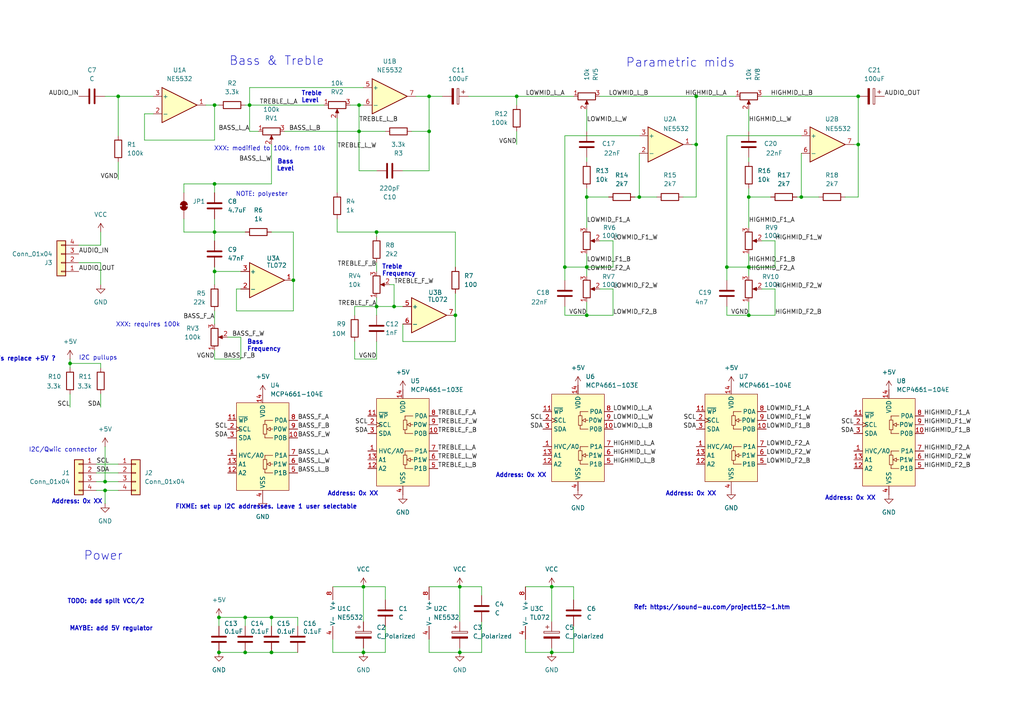
<source format=kicad_sch>
(kicad_sch (version 20231120) (generator "eeschema") (generator_version "8.0")
  (paper "A4")
  (lib_symbols
    (symbol "Amplifier_Operational:NE5532" (pin_names (offset 0.127))
      (property "Reference" "U" (at 0 5.08 0))
      (property "Value" "NE5532" (at 0 -5.08 0))
      (symbol "NE5532_1_1"
        (pin output line (at 7.62 0 180) (length 2.54) (name "~") (number "1"))
        (pin input line (at -7.62 -2.54 0) (length 2.54) (name "-") (number "2"))
        (pin input line (at -7.62 2.54 0) (length 2.54) (name "+") (number "3"))
      )
      (symbol "NE5532_2_1"
        (pin input line (at -7.62 2.54 0) (length 2.54) (name "+") (number "5"))
        (pin input line (at -7.62 -2.54 0) (length 2.54) (name "-") (number "6"))
        (pin output line (at 7.62 0 180) (length 2.54) (name "~") (number "7"))
      )
      (symbol "NE5532_3_1"
        (pin power_in line (at -2.54 -7.62 90) (length 3.81) (name "V-") (number "4"))
        (pin power_in line (at -2.54 7.62 270) (length 3.81) (name "V+") (number "8"))
      )
    )
    (symbol "Amplifier_Operational:TL072" (pin_names (offset 0.127))
      (property "Reference" "U" (at 0 5.08 0))
      (property "Value" "TL072" (at 0 -5.08 0))
      (symbol "TL072_1_1"
        (pin output line (at 7.62 0 180) (length 2.54) (name "~") (number "1"))
        (pin input line (at -7.62 -2.54 0) (length 2.54) (name "-") (number "2"))
        (pin input line (at -7.62 2.54 0) (length 2.54) (name "+") (number "3"))
      )
      (symbol "TL072_2_1"
        (pin input line (at -7.62 2.54 0) (length 2.54) (name "+") (number "5"))
        (pin input line (at -7.62 -2.54 0) (length 2.54) (name "-") (number "6"))
        (pin output line (at 7.62 0 180) (length 2.54) (name "~") (number "7"))
      )
      (symbol "TL072_3_1"
        (pin power_in line (at -2.54 -7.62 90) (length 3.81) (name "V-") (number "4"))
        (pin power_in line (at -2.54 7.62 270) (length 3.81) (name "V+") (number "8"))
      )
    )
    (symbol "Connector_Generic:Conn_01x04" (pin_names (offset 1.016) hide)
      (property "Reference" "J" (at 0 5.08 0))
      (property "Value" "Conn_01x04" (at 0 -7.62 0))
      (symbol "Conn_01x04_1_1"
        (pin passive line (at -5.08 2.54 0) (length 3.81) (name "Pin_1") (number "1"))
        (pin passive line (at -5.08 0 0) (length 3.81) (name "Pin_2") (number "2"))
        (pin passive line (at -5.08 -2.54 0) (length 3.81) (name "Pin_3") (number "3"))
        (pin passive line (at -5.08 -5.08 0) (length 3.81) (name "Pin_4") (number "4"))
      )
    )
    (symbol "Device:C" (pin_numbers hide) (pin_names (offset 0.254))
      (property "Reference" "C" (at 0.635 2.54 0))
      (property "Value" "C" (at 0.635 -2.54 0))
      (symbol "C_1_1"
        (pin passive line (at 0 3.81 270) (length 2.794) (name "~") (number "1"))
        (pin passive line (at 0 -3.81 90) (length 2.794) (name "~") (number "2"))
      )
    )
    (symbol "Device:C_Polarized" (pin_numbers hide) (pin_names (offset 0.254))
      (property "Reference" "C" (at 0.635 2.54 0))
      (property "Value" "C_Polarized" (at 0.635 -2.54 0))
      (symbol "C_Polarized_1_1"
        (pin passive line (at 0 3.81 270) (length 2.794) (name "~") (number "1"))
        (pin passive line (at 0 -3.81 90) (length 2.794) (name "~") (number "2"))
      )
    )
    (symbol "Device:R" (pin_numbers hide) (pin_names (offset 0))
      (property "Reference" "R" (at 2.032 0 90))
      (property "Value" "R" (at 0 0 90))
      (symbol "R_1_1"
        (pin passive line (at 0 3.81 270) (length 1.27) (name "~") (number "1"))
        (pin passive line (at 0 -3.81 90) (length 1.27) (name "~") (number "2"))
      )
    )
    (symbol "Device:R_Potentiometer" (pin_names (offset 1.016) hide)
      (property "Reference" "RV" (at -4.445 0 90))
      (property "Value" "R_Potentiometer" (at -2.54 0 90))
      (symbol "R_Potentiometer_1_1"
        (pin passive line (at 0 3.81 270) (length 1.27) (name "1") (number "1"))
        (pin passive line (at 3.81 0 180) (length 1.27) (name "2") (number "2"))
        (pin passive line (at 0 -3.81 90) (length 1.27) (name "3") (number "3"))
      )
    )
    (symbol "Jumper:SolderJumper_2_Bridged" (pin_numbers hide) (pin_names (offset 0) hide) (exclude_from_sim yes) (in_bom no)
      (property "Reference" "JP" (at 0 2.032 0))
      (property "Value" "SolderJumper_2_Bridged" (at 0 -2.54 0))
      (symbol "SolderJumper_2_Bridged_1_1"
        (pin passive line (at -3.81 0 0) (length 2.54) (name "A") (number "1"))
        (pin passive line (at 3.81 0 180) (length 2.54) (name "B") (number "2"))
      )
    )
    (symbol "digishaper152:MCP46X1"
      (property "Reference" "U" (at -0.508 18.288 0))
      (property "Value" "MCP46X1" (at -0.508 20.32 0))
      (symbol "MCP46X1_1_1"
        (pin input line (at -10.16 -2.54 0) (length 2.54) (name "HVC/A0") (number "1"))
        (pin passive line (at 10.16 2.54 180) (length 2.54) (name "P0B") (number "10"))
        (pin input line (at -10.16 7.62 0) (length 2.54) (name "~{WP}") (number "11"))
        (pin input line (at -10.16 -7.62 0) (length 2.54) (name "A2") (number "12"))
        (pin output line (at -10.16 -5.08 0) (length 2.54) (name "A1") (number "13"))
        (pin power_in line (at 0 15.24 270) (length 2.54) (name "VDD") (number "14"))
        (pin input clock (at -10.16 5.08 0) (length 2.54) (name "SCL") (number "2"))
        (pin input line (at -10.16 2.54 0) (length 2.54) (name "SDA") (number "3"))
        (pin power_in line (at 0 -15.24 90) (length 2.54) (name "VSS") (number "4"))
        (pin passive line (at 10.16 -7.62 180) (length 2.54) (name "P1B") (number "5"))
        (pin passive line (at 10.16 -5.08 180) (length 2.54) (name "P1W") (number "6"))
        (pin passive line (at 10.16 -2.54 180) (length 2.54) (name "P1A") (number "7"))
        (pin passive line (at 10.16 7.62 180) (length 2.54) (name "P0A") (number "8"))
        (pin passive line (at 10.16 5.08 180) (length 2.54) (name "P0W") (number "9"))
      )
    )
    (symbol "power:+5V" (power) (pin_numbers hide) (pin_names (offset 0) hide)
      (property "Value" "+5V" (at 0 3.556 0))
      (symbol "+5V_1_1"
        (pin power_in line (at 0 0 90) (length 0) (name "~") (number "1"))
      )
    )
    (symbol "power:GND" (power) (pin_numbers hide) (pin_names (offset 0) hide)
      (property "Value" "GND" (at 0 -3.81 0))
      (symbol "GND_1_1"
        (pin power_in line (at 0 0 270) (length 0) (name "~") (number "1"))
      )
    )
    (symbol "power:VCC" (power) (pin_numbers hide) (pin_names (offset 0) hide)
      (property "Value" "VCC" (at 0 3.556 0))
      (symbol "VCC_1_1"
        (pin power_in line (at 0 0 90) (length 0) (name "~") (number "1"))
      )
    )
  )
  (junction (at 62.23 78.74))
  (junction (at 109.22 88.9))
  (junction (at 124.46 27.94))
  (junction (at 71.12 179.07))
  (junction (at 62.23 53.34))
  (junction (at 34.29 27.94))
  (junction (at 78.74 179.07))
  (junction (at 105.41 189.23))
  (junction (at 248.92 41.91))
  (junction (at 63.5 179.07))
  (junction (at 217.17 77.47))
  (junction (at 132.08 91.44))
  (junction (at 62.23 67.31))
  (junction (at 104.14 38.1))
  (junction (at 170.18 77.47))
  (junction (at 232.41 57.15))
  (junction (at 109.22 67.31))
  (junction (at 133.35 189.23))
  (junction (at 133.35 170.18))
  (junction (at 105.41 170.18))
  (junction (at 248.92 27.94))
  (junction (at 160.02 170.18))
  (junction (at 210.82 77.47))
  (junction (at 30.48 142.24))
  (junction (at 201.93 41.91))
  (junction (at 163.83 77.47))
  (junction (at 201.93 27.94))
  (junction (at 104.14 30.48))
  (junction (at 63.5 189.23))
  (junction (at 217.17 91.44))
  (junction (at 217.17 57.15))
  (junction (at 72.39 30.48))
  (junction (at 30.48 139.7))
  (junction (at 170.18 57.15))
  (junction (at 160.02 189.23))
  (junction (at 185.42 57.15))
  (junction (at 114.3 88.9))
  (junction (at 170.18 91.44))
  (junction (at 85.09 81.28))
  (junction (at 20.32 105.41))
  (junction (at 71.12 189.23))
  (junction (at 124.46 38.1))
  (junction (at 62.23 30.48))
  (junction (at 78.74 189.23))
  (junction (at 149.86 27.94))
  (wire (pts (xy 124.46 27.94) (xy 128.27 27.94)))
  (wire (pts (xy 34.29 27.94) (xy 44.45 27.94)))
  (wire (pts (xy 177.8 83.82) (xy 177.8 91.44)))
  (wire (pts (xy 71.12 179.07) (xy 63.5 179.07)))
  (wire (pts (xy 114.3 88.9) (xy 116.84 88.9)))
  (wire (pts (xy 245.11 57.15) (xy 248.92 57.15)))
  (wire (pts (xy 104.14 38.1) (xy 104.14 30.48)))
  (wire (pts (xy 152.4 185.42) (xy 152.4 189.23)))
  (wire (pts (xy 198.12 57.15) (xy 201.93 57.15)))
  (wire (pts (xy 177.8 91.44) (xy 170.18 91.44)))
  (wire (pts (xy 105.41 187.96) (xy 105.41 189.23)))
  (wire (pts (xy 220.98 69.85) (xy 224.79 69.85)))
  (wire (pts (xy 139.7 170.18) (xy 139.7 172.72)))
  (wire (pts (xy 59.69 30.48) (xy 62.23 30.48)))
  (wire (pts (xy 105.41 170.18) (xy 111.76 170.18)))
  (wire (pts (xy 166.37 189.23) (xy 160.02 189.23)))
  (wire (pts (xy 97.79 63.5) (xy 97.79 67.31)))
  (wire (pts (xy 217.17 57.15) (xy 217.17 54.61)))
  (wire (pts (xy 104.14 30.48) (xy 105.41 30.48)))
  (wire (pts (xy 114.3 82.55) (xy 114.3 88.9)))
  (wire (pts (xy 170.18 77.47) (xy 163.83 77.47)))
  (wire (pts (xy 160.02 187.96) (xy 160.02 189.23)))
  (wire (pts (xy 63.5 189.23) (xy 71.12 189.23)))
  (wire (pts (xy 163.83 39.37) (xy 185.42 39.37)))
  (wire (pts (xy 22.86 76.2) (xy 29.21 76.2)))
  (wire (pts (xy 62.23 40.64) (xy 41.91 40.64)))
  (wire (pts (xy 163.83 77.47) (xy 163.83 81.28)))
  (wire (pts (xy 160.02 170.18) (xy 166.37 170.18)))
  (wire (pts (xy 124.46 38.1) (xy 124.46 27.94)))
  (wire (pts (xy 139.7 180.34) (xy 139.7 189.23)))
  (wire (pts (xy 176.53 57.15) (xy 170.18 57.15)))
  (wire (pts (xy 29.21 67.31) (xy 29.21 71.12)))
  (wire (pts (xy 96.52 189.23) (xy 96.52 185.42)))
  (wire (pts (xy 62.23 30.48) (xy 62.23 40.64)))
  (wire (pts (xy 185.42 57.15) (xy 190.5 57.15)))
  (wire (pts (xy 62.23 53.34) (xy 62.23 55.88)))
  (wire (pts (xy 220.98 83.82) (xy 224.79 83.82)))
  (wire (pts (xy 135.89 27.94) (xy 149.86 27.94)))
  (wire (pts (xy 82.55 38.1) (xy 104.14 38.1)))
  (wire (pts (xy 163.83 88.9) (xy 163.83 91.44)))
  (wire (pts (xy 217.17 77.47) (xy 217.17 80.01)))
  (wire (pts (xy 104.14 38.1) (xy 111.76 38.1)))
  (wire (pts (xy 29.21 114.3) (xy 29.21 118.11)))
  (wire (pts (xy 62.23 90.17) (xy 62.23 93.98)))
  (wire (pts (xy 133.35 170.18) (xy 133.35 180.34)))
  (wire (pts (xy 30.48 146.05) (xy 30.48 142.24)))
  (wire (pts (xy 133.35 187.96) (xy 133.35 189.23)))
  (wire (pts (xy 109.22 49.53) (xy 104.14 49.53)))
  (wire (pts (xy 78.74 67.31) (xy 85.09 67.31)))
  (wire (pts (xy 224.79 83.82) (xy 224.79 91.44)))
  (wire (pts (xy 132.08 85.09) (xy 132.08 91.44)))
  (wire (pts (xy 201.93 41.91) (xy 200.66 41.91)))
  (wire (pts (xy 201.93 27.94) (xy 213.36 27.94)))
  (wire (pts (xy 210.82 39.37) (xy 232.41 39.37)))
  (wire (pts (xy 86.36 179.07) (xy 78.74 179.07)))
  (wire (pts (xy 170.18 91.44) (xy 170.18 87.63)))
  (wire (pts (xy 63.5 179.07) (xy 63.5 181.61)))
  (wire (pts (xy 78.74 189.23) (xy 86.36 189.23)))
  (wire (pts (xy 97.79 34.29) (xy 97.79 55.88)))
  (wire (pts (xy 124.46 170.18) (xy 133.35 170.18)))
  (wire (pts (xy 53.34 63.5) (xy 53.34 67.31)))
  (wire (pts (xy 217.17 77.47) (xy 210.82 77.47)))
  (wire (pts (xy 152.4 189.23) (xy 160.02 189.23)))
  (wire (pts (xy 30.48 129.54) (xy 30.48 139.7)))
  (wire (pts (xy 105.41 170.18) (xy 105.41 180.34)))
  (wire (pts (xy 62.23 67.31) (xy 62.23 69.85)))
  (wire (pts (xy 132.08 67.31) (xy 109.22 67.31)))
  (wire (pts (xy 34.29 27.94) (xy 30.48 27.94)))
  (wire (pts (xy 62.23 78.74) (xy 62.23 82.55)))
  (wire (pts (xy 102.87 88.9) (xy 109.22 88.9)))
  (wire (pts (xy 173.99 83.82) (xy 177.8 83.82)))
  (wire (pts (xy 30.48 142.24) (xy 27.94 142.24)))
  (wire (pts (xy 217.17 45.72) (xy 217.17 46.99)))
  (wire (pts (xy 113.03 82.55) (xy 114.3 82.55)))
  (wire (pts (xy 69.85 78.74) (xy 62.23 78.74)))
  (wire (pts (xy 116.84 93.98) (xy 116.84 99.06)))
  (wire (pts (xy 109.22 88.9) (xy 109.22 91.44)))
  (wire (pts (xy 177.8 69.85) (xy 177.8 77.47)))
  (wire (pts (xy 93.98 30.48) (xy 72.39 30.48)))
  (wire (pts (xy 78.74 179.07) (xy 71.12 179.07)))
  (wire (pts (xy 86.36 181.61) (xy 86.36 179.07)))
  (wire (pts (xy 224.79 77.47) (xy 217.17 77.47)))
  (wire (pts (xy 232.41 57.15) (xy 237.49 57.15)))
  (wire (pts (xy 27.94 134.62) (xy 34.29 134.62)))
  (wire (pts (xy 109.22 67.31) (xy 109.22 68.58)))
  (wire (pts (xy 68.58 83.82) (xy 68.58 90.17)))
  (wire (pts (xy 185.42 44.45) (xy 185.42 57.15)))
  (wire (pts (xy 62.23 78.74) (xy 62.23 77.47)))
  (wire (pts (xy 62.23 67.31) (xy 71.12 67.31)))
  (wire (pts (xy 102.87 99.06) (xy 102.87 104.14)))
  (wire (pts (xy 41.91 33.02) (xy 44.45 33.02)))
  (wire (pts (xy 201.93 27.94) (xy 173.99 27.94)))
  (wire (pts (xy 166.37 170.18) (xy 166.37 173.99)))
  (wire (pts (xy 217.17 31.75) (xy 217.17 38.1)))
  (wire (pts (xy 53.34 53.34) (xy 62.23 53.34)))
  (wire (pts (xy 72.39 38.1) (xy 72.39 30.48)))
  (wire (pts (xy 101.6 30.48) (xy 104.14 30.48)))
  (wire (pts (xy 248.92 57.15) (xy 248.92 41.91)))
  (wire (pts (xy 160.02 170.18) (xy 160.02 180.34)))
  (wire (pts (xy 173.99 69.85) (xy 177.8 69.85)))
  (wire (pts (xy 97.79 67.31) (xy 109.22 67.31)))
  (wire (pts (xy 170.18 45.72) (xy 170.18 46.99)))
  (wire (pts (xy 116.84 49.53) (xy 124.46 49.53)))
  (wire (pts (xy 74.93 38.1) (xy 72.39 38.1)))
  (wire (pts (xy 105.41 189.23) (xy 96.52 189.23)))
  (wire (pts (xy 27.94 137.16) (xy 34.29 137.16)))
  (wire (pts (xy 248.92 41.91) (xy 248.92 27.94)))
  (wire (pts (xy 210.82 77.47) (xy 210.82 81.28)))
  (wire (pts (xy 133.35 170.18) (xy 139.7 170.18)))
  (wire (pts (xy 30.48 139.7) (xy 34.29 139.7)))
  (wire (pts (xy 78.74 179.07) (xy 78.74 181.61)))
  (wire (pts (xy 133.35 189.23) (xy 124.46 189.23)))
  (wire (pts (xy 69.85 83.82) (xy 68.58 83.82)))
  (wire (pts (xy 248.92 27.94) (xy 220.98 27.94)))
  (wire (pts (xy 78.74 53.34) (xy 78.74 41.91)))
  (wire (pts (xy 124.46 27.94) (xy 120.65 27.94)))
  (wire (pts (xy 85.09 67.31) (xy 85.09 81.28)))
  (wire (pts (xy 224.79 69.85) (xy 224.79 77.47)))
  (wire (pts (xy 20.32 104.14) (xy 20.32 105.41)))
  (wire (pts (xy 111.76 189.23) (xy 105.41 189.23)))
  (wire (pts (xy 62.23 67.31) (xy 62.23 63.5)))
  (wire (pts (xy 248.92 41.91) (xy 247.65 41.91)))
  (wire (pts (xy 72.39 30.48) (xy 71.12 30.48)))
  (wire (pts (xy 30.48 139.7) (xy 27.94 139.7)))
  (wire (pts (xy 119.38 38.1) (xy 124.46 38.1)))
  (wire (pts (xy 30.48 142.24) (xy 34.29 142.24)))
  (wire (pts (xy 69.85 104.14) (xy 62.23 104.14)))
  (wire (pts (xy 201.93 41.91) (xy 201.93 27.94)))
  (wire (pts (xy 111.76 170.18) (xy 111.76 173.99)))
  (wire (pts (xy 210.82 77.47) (xy 210.82 39.37)))
  (wire (pts (xy 104.14 49.53) (xy 104.14 38.1)))
  (wire (pts (xy 102.87 91.44) (xy 102.87 88.9)))
  (wire (pts (xy 170.18 57.15) (xy 170.18 54.61)))
  (wire (pts (xy 109.22 88.9) (xy 114.3 88.9)))
  (wire (pts (xy 72.39 25.4) (xy 105.41 25.4)))
  (wire (pts (xy 210.82 91.44) (xy 217.17 91.44)))
  (wire (pts (xy 217.17 73.66) (xy 217.17 77.47)))
  (wire (pts (xy 184.15 57.15) (xy 185.42 57.15)))
  (wire (pts (xy 163.83 91.44) (xy 170.18 91.44)))
  (wire (pts (xy 217.17 57.15) (xy 217.17 66.04)))
  (wire (pts (xy 71.12 179.07) (xy 71.12 181.61)))
  (wire (pts (xy 68.58 90.17) (xy 85.09 90.17)))
  (wire (pts (xy 170.18 31.75) (xy 170.18 38.1)))
  (wire (pts (xy 160.02 170.18) (xy 152.4 170.18)))
  (wire (pts (xy 149.86 30.48) (xy 149.86 27.94)))
  (wire (pts (xy 124.46 49.53) (xy 124.46 38.1)))
  (wire (pts (xy 34.29 39.37) (xy 34.29 27.94)))
  (wire (pts (xy 29.21 106.68) (xy 29.21 105.41)))
  (wire (pts (xy 29.21 105.41) (xy 20.32 105.41)))
  (wire (pts (xy 34.29 46.99) (xy 34.29 52.07)))
  (wire (pts (xy 71.12 189.23) (xy 78.74 189.23)))
  (wire (pts (xy 149.86 38.1) (xy 149.86 41.91)))
  (wire (pts (xy 29.21 71.12) (xy 22.86 71.12)))
  (wire (pts (xy 69.85 97.79) (xy 69.85 104.14)))
  (wire (pts (xy 96.52 170.18) (xy 105.41 170.18)))
  (wire (pts (xy 102.87 104.14) (xy 109.22 104.14)))
  (wire (pts (xy 163.83 77.47) (xy 163.83 39.37)))
  (wire (pts (xy 223.52 57.15) (xy 217.17 57.15)))
  (wire (pts (xy 232.41 44.45) (xy 232.41 57.15)))
  (wire (pts (xy 116.84 99.06) (xy 132.08 99.06)))
  (wire (pts (xy 217.17 91.44) (xy 217.17 87.63)))
  (wire (pts (xy 62.23 104.14) (xy 62.23 101.6)))
  (wire (pts (xy 149.86 27.94) (xy 166.37 27.94)))
  (wire (pts (xy 201.93 57.15) (xy 201.93 41.91)))
  (wire (pts (xy 41.91 40.64) (xy 41.91 33.02)))
  (wire (pts (xy 170.18 57.15) (xy 170.18 66.04)))
  (wire (pts (xy 124.46 185.42) (xy 124.46 189.23)))
  (wire (pts (xy 111.76 181.61) (xy 111.76 189.23)))
  (wire (pts (xy 20.32 114.3) (xy 20.32 118.11)))
  (wire (pts (xy 177.8 77.47) (xy 170.18 77.47)))
  (wire (pts (xy 53.34 55.88) (xy 53.34 53.34)))
  (wire (pts (xy 231.14 57.15) (xy 232.41 57.15)))
  (wire (pts (xy 166.37 181.61) (xy 166.37 189.23)))
  (wire (pts (xy 53.34 67.31) (xy 62.23 67.31)))
  (wire (pts (xy 66.04 97.79) (xy 69.85 97.79)))
  (wire (pts (xy 210.82 88.9) (xy 210.82 91.44)))
  (wire (pts (xy 29.21 82.55) (xy 29.21 76.2)))
  (wire (pts (xy 109.22 86.36) (xy 109.22 88.9)))
  (wire (pts (xy 132.08 77.47) (xy 132.08 67.31)))
  (wire (pts (xy 62.23 30.48) (xy 63.5 30.48)))
  (wire (pts (xy 132.08 99.06) (xy 132.08 91.44)))
  (wire (pts (xy 170.18 77.47) (xy 170.18 80.01)))
  (wire (pts (xy 72.39 25.4) (xy 72.39 30.48)))
  (wire (pts (xy 85.09 90.17) (xy 85.09 81.28)))
  (wire (pts (xy 170.18 73.66) (xy 170.18 77.47)))
  (wire (pts (xy 139.7 189.23) (xy 133.35 189.23)))
  (wire (pts (xy 20.32 105.41) (xy 20.32 106.68)))
  (wire (pts (xy 109.22 76.2) (xy 109.22 78.74)))
  (wire (pts (xy 224.79 91.44) (xy 217.17 91.44)))
  (wire (pts (xy 109.22 104.14) (xy 109.22 99.06)))
  (wire (pts (xy 62.23 53.34) (xy 78.74 53.34)))
  (text "Bass & Treble" (at 80.264 17.78 0) (effects (font (size 2.54 2.54))))
  (text "Address: 0x XX" (at 200.406 143.256 0) (effects (font (size 1.27 1.27) (bold yes))))
  (text "MAYBE: add 5V regulator" (at 32.258 182.372 0) (effects (font (size 1.27 1.27) (bold yes))))
  (text "XXX: modified to 100k, from 10k" (at 78.232 43.18 0) (effects (font (size 1.27 1.27))))
  (text "Address: 0x XX" (at 102.362 143.256 0) (effects (font (size 1.27 1.27) (bold yes))))
  (text "Treble\nLevel" (at 87.376 28.194 0) (effects (font (size 1.27 1.27) (thickness 0.254) (bold yes)) (justify left)))
  (text "FIXME: set up I2C addresses. Leave 1 user selectable" (at 77.216 147.066 0) (effects (font (size 1.27 1.27) (bold yes))))
  (text "Parametric mids" (at 197.358 18.288 0) (effects (font (size 2.54 2.54))))
  (text "Power" (at 29.972 161.29 0) (effects (font (size 2.54 2.54))))
  (text "Address: 0x XX" (at 22.352 145.542 0) (effects (font (size 1.27 1.27) (bold yes))))
  (text "I2C pullups" (at 28.448 103.886 0) (effects (font (size 1.27 1.27))))
  (text "XXX: requires 100k" (at 42.926 94.234 0) (effects (font (size 1.27 1.27))))
  (text "Ref: https://sound-au.com/project152-1.htm" (at 206.502 176.276 0) (effects (font (size 1.27 1.27) (bold yes))))
  (text "I2C/Qwiic connector" (at 18.288 130.556 0) (effects (font (size 1.27 1.27))))
  (text "TODO: add split VCC/2" (at 30.734 174.498 0) (effects (font (size 1.27 1.27) (bold yes))))
  (text "Bass\nFrequency" (at 71.628 100.33 0) (effects (font (size 1.27 1.27) (thickness 0.254) (bold yes)) (justify left)))
  (text "?? should this be 3.3v? Should this replace +5V ?" (at -8.89 104.14 0) (effects (font (size 1.27 1.27) (bold yes))))
  (text "Bass\nLevel" (at 82.804 48.006 0) (effects (font (size 1.27 1.27) (thickness 0.254) (bold yes))))
  (text "Address: 0x XX" (at 246.634 144.526 0) (effects (font (size 1.27 1.27) (bold yes))))
  (text "Address: 0x XX" (at 151.13 137.922 0) (effects (font (size 1.27 1.27) (bold yes))))
  (text "Treble\nFrequency" (at 110.744 78.486 0) (effects (font (size 1.27 1.27) (thickness 0.254) (bold yes)) (justify left)))
  (text "NOTE: polyester" (at 75.946 56.388 0) (effects (font (size 1.27 1.27))))
  (label "HIGHMID_L_W" (at 177.8 132.08 0))
  (label "HIGHMID_F1_A" (at 217.17 64.77 0))
  (label "SDA" (at 66.04 127 180))
  (label "SDA" (at 201.93 124.46 180))
  (label "LOWMID_L_B" (at 177.8 124.46 0))
  (label "TREBLE_L_A" (at 86.36 30.48 180))
  (label "LOWMID_F1_B" (at 170.18 76.2 0))
  (label "SCL" (at 247.65 123.19 180))
  (label "TREBLE_L_W" (at 97.79 43.18 0))
  (label "LOWMID_L_W" (at 177.8 121.92 0))
  (label "SDA" (at 247.65 125.73 180))
  (label "HIGHMID_F1_W" (at 224.79 69.85 0))
  (label "LOWMID_L_A" (at 177.8 119.38 0))
  (label "SCL" (at 66.04 124.46 180))
  (label "BASS_L_A" (at 86.36 132.08 0))
  (label "VGND" (at 149.86 41.91 180))
  (label "SDA" (at 106.68 125.73 180))
  (label "TREBLE_L_W" (at 127 133.35 0))
  (label "BASS_F_W" (at 67.31 97.79 0))
  (label "BASS_L_B" (at 83.82 38.1 0))
  (label "BASS_L_W" (at 86.36 134.62 0))
  (label "LOWMID_F2_W" (at 177.8 83.82 0))
  (label "HIGHMID_F1_B" (at 267.97 125.73 0))
  (label "HIGHMID_F2_A" (at 217.17 78.74 0))
  (label "LOWMID_L_W" (at 170.18 35.56 0))
  (label "HIGHMID_L_B" (at 177.8 134.62 0))
  (label "LOWMID_F1_W" (at 222.25 121.92 0))
  (label "LOWMID_F2_W" (at 222.25 132.08 0))
  (label "LOWMID_F2_B" (at 177.8 91.44 0))
  (label "BASS_F_B" (at 86.36 124.46 0))
  (label "LOWMID_L_A" (at 163.83 27.94 180))
  (label "BASS_L_W" (at 78.74 46.99 180))
  (label "HIGHMID_F2_A" (at 267.97 130.81 0))
  (label "HIGHMID_L_A" (at 210.82 27.94 180))
  (label "HIGHMID_L_B" (at 223.52 27.94 0))
  (label "BASS_F_W" (at 86.36 127 0))
  (label "SCL" (at 27.94 134.62 0))
  (label "TREBLE_F_B" (at 127 125.73 0))
  (label "TREBLE_F_W" (at 127 123.19 0))
  (label "VGND" (at 170.18 91.44 180))
  (label "BASS_F_A" (at 62.23 92.71 180))
  (label "SCL" (at 157.48 121.92 180))
  (label "HIGHMID_F1_B" (at 217.17 76.2 0))
  (label "LOWMID_F2_B" (at 222.25 134.62 0))
  (label "BASS_L_B" (at 86.36 137.16 0))
  (label "LOWMID_F2_A" (at 222.25 129.54 0))
  (label "HIGHMID_F1_A" (at 267.97 120.65 0))
  (label "SCL" (at 20.32 118.11 180))
  (label "SDA" (at 29.21 118.11 180))
  (label "LOWMID_L_B" (at 176.53 27.94 0))
  (label "BASS_F_A" (at 86.36 121.92 0))
  (label "HIGHMID_L_W" (at 217.17 35.56 0))
  (label "VGND" (at 109.22 104.14 180))
  (label "SDA" (at 27.94 137.16 0))
  (label "HIGHMID_L_A" (at 177.8 129.54 0))
  (label "TREBLE_F_W" (at 114.3 82.55 0))
  (label "AUDIO_IN" (at 22.86 27.94 180))
  (label "LOWMID_F1_W" (at 177.8 69.85 0))
  (label "SDA" (at 157.48 124.46 180))
  (label "VGND" (at 34.29 52.07 180))
  (label "AUDIO_OUT" (at 256.54 27.94 0))
  (label "AUDIO_OUT" (at 22.86 78.74 0))
  (label "VGND" (at 217.17 91.44 180))
  (label "TREBLE_L_B" (at 104.14 35.56 0))
  (label "VGND" (at 62.23 104.14 180))
  (label "TREBLE_F_A" (at 109.22 88.9 180))
  (label "HIGHMID_F2_W" (at 224.79 83.82 0))
  (label "AUDIO_IN" (at 22.86 73.66 0))
  (label "SCL" (at 106.68 123.19 180))
  (label "TREBLE_F_B" (at 109.22 77.47 180))
  (label "HIGHMID_F2_W" (at 267.97 133.35 0))
  (label "LOWMID_F2_A" (at 170.18 78.74 0))
  (label "BASS_L_A" (at 72.39 38.1 180))
  (label "LOWMID_F1_A" (at 222.25 119.38 0))
  (label "HIGHMID_F2_B" (at 224.79 91.44 0))
  (label "TREBLE_L_B" (at 127 135.89 0))
  (label "BASS_F_B" (at 64.77 104.14 0))
  (label "LOWMID_F1_B" (at 222.25 124.46 0))
  (label "HIGHMID_F1_W" (at 267.97 123.19 0))
  (label "TREBLE_L_A" (at 127 130.81 0))
  (label "LOWMID_F1_A" (at 170.18 64.77 0))
  (label "SCL" (at 201.93 121.92 180))
  (label "HIGHMID_F2_B" (at 267.97 135.89 0))
  (label "TREBLE_F_A" (at 127 120.65 0))
  (symbol (lib_id "Device:C") (at 63.5 185.42 0) (unit 1)
    (property "Reference" "C13" (at 65.024 180.848 0) (effects (justify left)))
    (property "Value" "0.1uF" (at 65.024 183.134 0) (effects (justify left)))
    (property "Footprint" "Capacitor_SMD:C_0805_2012Metric" (effects (hide yes)))
    (property "Description" "Unpolarized capacitor" (effects (hide yes)))
  )
  (symbol (lib_id "Device:R") (at 102.87 95.25 0) (mirror x) (unit 1)
    (property "Reference" "R9" (at 100.33 93.9799 0) (effects (justify right)))
    (property "Value" "10M" (at 100.33 96.774 0) (effects (justify right)))
    (property "Footprint" "Resistor_SMD:R_0805_2012Metric" (effects (hide yes)))
    (property "Description" "Resistor" (effects (hide yes)))
  )
  (symbol (lib_id "Device:C") (at 217.17 41.91 0) (mirror y) (unit 1)
    (property "Reference" "C20" (at 223.52 41.656 0))
    (property "Value" "22nF" (at 224.536 44.45 0))
    (property "Footprint" "Capacitor_SMD:C_0805_2012Metric" (effects (hide yes)))
    (property "Description" "Unpolarized capacitor" (effects (hide yes)))
  )
  (symbol (lib_id "power:+5V") (at 167.64 111.76 0) (unit 1)
    (property "Reference" "#PWR011" (effects (hide yes)))
    (property "Value" "+5V" (at 167.64 106.68 0))
    (property "Description" "Power symbol creates a global label with name \"+5V\"" (effects (hide yes)))
  )
  (symbol (lib_id "power:+5V") (at 20.32 104.14 0) (unit 1)
    (property "Reference" "#PWR019" (effects (hide yes)))
    (property "Value" "+5V" (at 20.32 99.06 0))
    (property "Description" "Power symbol creates a global label with name \"+5V\"" (effects (hide yes)))
  )
  (symbol (lib_id "Device:C") (at 62.23 59.69 180) (unit 1)
    (property "Reference" "C8" (at 66.04 58.4199 0) (effects (justify right)))
    (property "Value" "4.7uF" (at 66.04 60.9599 0) (effects (justify right)))
    (property "Footprint" "Capacitor_SMD:C_0805_2012Metric" (effects (hide yes)))
    (property "Description" "Unpolarized capacitor" (effects (hide yes)))
  )
  (symbol (lib_id "power:GND") (at 160.02 189.23 0) (unit 1)
    (property "Reference" "#PWR03" (effects (hide yes)))
    (property "Value" "GND" (at 160.02 194.31 0))
    (property "Description" "Power symbol creates a global label with name \"GND\" , ground" (effects (hide yes)))
  )
  (symbol (lib_id "Amplifier_Operational:TL072") (at 77.47 81.28 0) (unit 1)
    (property "Reference" "U3" (at 79.248 74.93 0))
    (property "Value" "TL072" (at 80.264 76.962 0))
    (property "Footprint" "Package_SO:SOIC-8_3.9x4.9mm_P1.27mm" (effects (hide yes)))
    (property "Datasheet" "http://www.ti.com/lit/ds/symlink/tl071.pdf" (effects (hide yes)))
    (property "Description" "Dual Low-Noise JFET-Input Operational Amplifiers, DIP-8/SOIC-8" (effects (hide yes)))
  )
  (symbol (lib_id "power:+5V") (at 257.81 113.03 0) (unit 1)
    (property "Reference" "#PWR017" (effects (hide yes)))
    (property "Value" "+5V" (at 257.81 107.95 0))
    (property "Description" "Power symbol creates a global label with name \"+5V\"" (effects (hide yes)))
  )
  (symbol (lib_id "power:+5V") (at 212.09 111.76 0) (unit 1)
    (property "Reference" "#PWR015" (effects (hide yes)))
    (property "Value" "+5V" (at 212.09 106.68 0))
    (property "Description" "Power symbol creates a global label with name \"+5V\"" (effects (hide yes)))
  )
  (symbol (lib_id "Device:C") (at 113.03 49.53 270) (mirror x) (unit 1)
    (property "Reference" "C10" (at 113.03 57.15 90))
    (property "Value" "220pF" (at 113.03 54.61 90))
    (property "Footprint" "Capacitor_SMD:C_0805_2012Metric" (effects (hide yes)))
    (property "Description" "Unpolarized capacitor" (effects (hide yes)))
  )
  (symbol (lib_id "Device:R") (at 132.08 81.28 180) (unit 1)
    (property "Reference" "R7" (at 134.62 80.0099 0) (effects (justify right)))
    (property "Value" "100" (at 134.62 82.5499 0) (effects (justify right)))
    (property "Footprint" "Resistor_SMD:R_0805_2012Metric" (effects (hide yes)))
    (property "Description" "Resistor" (effects (hide yes)))
  )
  (symbol (lib_id "digishaper152:MCP46X1") (at 167.64 127 0) (unit 1)
    (property "Reference" "U6" (at 169.8341 109.22 0) (effects (justify left)))
    (property "Value" "MCP4661-103E" (at 169.8341 111.76 0) (effects (justify left)))
    (property "Footprint" "Package_SO:TSSOP-14_4.4x5mm_P0.65mm" (effects (hide yes)))
    (property "Datasheet" "http://ww1.microchip.com/downloads/en/devicedoc/22060b.pdf" (effects (hide yes)))
    (property "Description" "Dual 8 Bit Digital Pot, SPI, Volatile Memory, TSSOP-14" (effects (hide yes)))
  )
  (symbol (lib_id "Device:C") (at 111.76 177.8 0) (unit 1)
    (property "Reference" "C1" (at 115.57 176.5299 0) (effects (justify left)))
    (property "Value" "C" (at 115.57 179.0699 0) (effects (justify left)))
    (property "Footprint" "Capacitor_SMD:C_0805_2012Metric" (effects (hide yes)))
    (property "Description" "Unpolarized capacitor" (effects (hide yes)))
  )
  (symbol (lib_id "Device:C") (at 62.23 73.66 180) (unit 1)
    (property "Reference" "C9" (at 66.04 72.3899 0) (effects (justify right)))
    (property "Value" "47nF" (at 66.04 74.9299 0) (effects (justify right)))
    (property "Footprint" "Capacitor_SMD:C_0805_2012Metric" (effects (hide yes)))
    (property "Description" "Unpolarized capacitor" (effects (hide yes)))
  )
  (symbol (lib_id "Device:C_Polarized") (at 252.73 27.94 270) (unit 1)
    (property "Reference" "C21" (at 253.619 20.32 90))
    (property "Value" "100uF" (at 253.619 22.86 90))
    (property "Footprint" "Capacitor_SMD:C_0805_2012Metric" (effects (hide yes)))
    (property "Description" "Polarized capacitor" (effects (hide yes)))
  )
  (symbol (lib_id "Amplifier_Operational:NE5532") (at 240.03 41.91 0) (unit 2)
    (property "Reference" "U2" (at 241.3 34.544 0))
    (property "Value" "NE5532" (at 243.078 37.338 0))
    (property "Footprint" "Package_SO:SOIC-8_3.9x4.9mm_P1.27mm" (effects (hide yes)))
    (property "Datasheet" "http://www.ti.com/lit/ds/symlink/ne5532.pdf" (effects (hide yes)))
    (property "Description" "Dual Low-Noise Operational Amplifiers, DIP-8/SOIC-8" (effects (hide yes)))
  )
  (symbol (lib_id "Amplifier_Operational:NE5532") (at 113.03 27.94 0) (unit 2)
    (property "Reference" "U1" (at 113.03 17.78 0))
    (property "Value" "NE5532" (at 113.03 20.32 0))
    (property "Footprint" "Package_SO:SOIC-8_3.9x4.9mm_P1.27mm" (effects (hide yes)))
    (property "Datasheet" "http://www.ti.com/lit/ds/symlink/ne5532.pdf" (effects (hide yes)))
    (property "Description" "Dual Low-Noise Operational Amplifiers, DIP-8/SOIC-8" (effects (hide yes)))
  )
  (symbol (lib_id "digishaper152:MCP46X1") (at 212.09 127 0) (unit 1)
    (property "Reference" "U7" (at 214.2841 109.22 0) (effects (justify left)))
    (property "Value" "MCP4661-104E" (at 214.2841 111.76 0) (effects (justify left)))
    (property "Footprint" "Package_SO:TSSOP-14_4.4x5mm_P0.65mm" (effects (hide yes)))
    (property "Datasheet" "http://ww1.microchip.com/downloads/en/devicedoc/22060b.pdf" (effects (hide yes)))
    (property "Description" "Dual 8 Bit Digital Pot, SPI, Volatile Memory, TSSOP-14" (effects (hide yes)))
  )
  (symbol (lib_id "Device:C") (at 166.37 177.8 0) (unit 1)
    (property "Reference" "C6" (at 170.18 176.5299 0) (effects (justify left)))
    (property "Value" "C" (at 170.18 179.0699 0) (effects (justify left)))
    (property "Footprint" "Capacitor_SMD:C_0805_2012Metric" (effects (hide yes)))
    (property "Description" "Unpolarized capacitor" (effects (hide yes)))
  )
  (symbol (lib_id "Amplifier_Operational:NE5532") (at 52.07 30.48 0) (unit 1)
    (property "Reference" "U1" (at 52.07 20.32 0))
    (property "Value" "NE5532" (at 52.07 22.86 0))
    (property "Footprint" "Package_SO:SOIC-8_3.9x4.9mm_P1.27mm" (effects (hide yes)))
    (property "Datasheet" "http://www.ti.com/lit/ds/symlink/ne5532.pdf" (effects (hide yes)))
    (property "Description" "Dual Low-Noise Operational Amplifiers, DIP-8/SOIC-8" (effects (hide yes)))
  )
  (symbol (lib_id "power:+5V") (at 116.84 113.03 0) (unit 1)
    (property "Reference" "#PWR09" (effects (hide yes)))
    (property "Value" "+5V" (at 116.84 107.95 0))
    (property "Description" "Power symbol creates a global label with name \"+5V\"" (effects (hide yes)))
  )
  (symbol (lib_id "Device:C") (at 86.36 185.42 0) (unit 1)
    (property "Reference" "C16" (at 87.884 180.848 0) (effects (justify left)))
    (property "Value" "0.1uF" (at 87.884 183.134 0) (effects (justify left)))
    (property "Footprint" "Capacitor_SMD:C_0805_2012Metric" (effects (hide yes)))
    (property "Description" "Unpolarized capacitor" (effects (hide yes)))
  )
  (symbol (lib_id "Amplifier_Operational:TL072") (at 154.94 177.8 0) (unit 3)
    (property "Reference" "U3" (at 153.67 176.5299 0) (effects (justify left)))
    (property "Value" "TL072" (at 153.67 179.0699 0) (effects (justify left)))
    (property "Footprint" "Package_SO:SOIC-8_3.9x4.9mm_P1.27mm" (effects (hide yes)))
    (property "Datasheet" "http://www.ti.com/lit/ds/symlink/tl071.pdf" (effects (hide yes)))
    (property "Description" "Dual Low-Noise JFET-Input Operational Amplifiers, DIP-8/SOIC-8" (effects (hide yes)))
  )
  (symbol (lib_id "power:GND") (at 133.35 189.23 0) (unit 1)
    (property "Reference" "#PWR02" (effects (hide yes)))
    (property "Value" "GND" (at 133.35 194.31 0))
    (property "Description" "Power symbol creates a global label with name \"GND\" , ground" (effects (hide yes)))
  )
  (symbol (lib_id "Amplifier_Operational:NE5532") (at 127 177.8 0) (unit 3)
    (property "Reference" "U2" (at 125.73 176.5299 0) (effects (justify left)))
    (property "Value" "NE5532" (at 125.73 179.0699 0) (effects (justify left)))
    (property "Footprint" "Package_SO:SOIC-8_3.9x4.9mm_P1.27mm" (effects (hide yes)))
    (property "Datasheet" "http://www.ti.com/lit/ds/symlink/ne5532.pdf" (effects (hide yes)))
    (property "Description" "Dual Low-Noise Operational Amplifiers, DIP-8/SOIC-8" (effects (hide yes)))
  )
  (symbol (lib_id "Device:R_Potentiometer") (at 217.17 83.82 0) (mirror x) (unit 1)
    (property "Reference" "RV10" (at 223.52 80.264 0))
    (property "Value" "100k" (at 224.028 82.55 0))
    (property "Footprint" "Connector_PinHeader_1.27mm:PinHeader_1x03_P1.27mm_Vertical" (effects (hide yes)))
    (property "Description" "Potentiometer" (effects (hide yes)))
  )
  (symbol (lib_id "Device:C") (at 78.74 185.42 0) (unit 1)
    (property "Reference" "C15" (at 80.264 180.848 0) (effects (justify left)))
    (property "Value" "0.1uF" (at 80.264 183.134 0) (effects (justify left)))
    (property "Footprint" "Capacitor_SMD:C_0805_2012Metric" (effects (hide yes)))
    (property "Description" "Unpolarized capacitor" (effects (hide yes)))
  )
  (symbol (lib_id "power:GND") (at 257.81 143.51 0) (unit 1)
    (property "Reference" "#PWR018" (effects (hide yes)))
    (property "Value" "GND" (at 257.81 148.59 0))
    (property "Description" "Power symbol creates a global label with name \"GND\" , ground" (effects (hide yes)))
  )
  (symbol (lib_id "Device:R") (at 97.79 59.69 180) (unit 1)
    (property "Reference" "R4" (at 100.33 58.4199 0) (effects (justify right)))
    (property "Value" "1k" (at 100.33 60.9599 0) (effects (justify right)))
    (property "Footprint" "Resistor_SMD:R_0805_2012Metric" (effects (hide yes)))
    (property "Description" "Resistor" (effects (hide yes)))
  )
  (symbol (lib_id "Device:R") (at 115.57 38.1 90) (mirror x) (unit 1)
    (property "Reference" "R3" (at 115.57 44.45 90))
    (property "Value" "3.3k" (at 115.57 41.91 90))
    (property "Footprint" "Resistor_SMD:R_0805_2012Metric" (effects (hide yes)))
    (property "Description" "Resistor" (effects (hide yes)))
  )
  (symbol (lib_id "power:VCC") (at 160.02 170.18 0) (unit 1)
    (property "Reference" "#PWR06" (effects (hide yes)))
    (property "Value" "VCC" (at 160.02 165.1 0))
    (property "Description" "Power symbol creates a global label with name \"VCC\"" (effects (hide yes)))
  )
  (symbol (lib_id "Device:R_Potentiometer") (at 217.17 69.85 0) (mirror x) (unit 1)
    (property "Reference" "RV9" (at 223.774 66.04 0))
    (property "Value" "100k" (at 224.028 68.326 0))
    (property "Footprint" "Connector_PinHeader_1.27mm:PinHeader_1x03_P1.27mm_Vertical" (effects (hide yes)))
    (property "Description" "Potentiometer" (effects (hide yes)))
  )
  (symbol (lib_id "power:VCC") (at 133.35 170.18 0) (unit 1)
    (property "Reference" "#PWR05" (effects (hide yes)))
    (property "Value" "VCC" (at 133.35 165.1 0))
    (property "Description" "Power symbol creates a global label with name \"VCC\"" (effects (hide yes)))
  )
  (symbol (lib_id "Device:R") (at 149.86 34.29 0) (mirror x) (unit 1)
    (property "Reference" "R12" (at 147.32 33.0199 0) (effects (justify right)))
    (property "Value" "100k" (at 147.32 35.5599 0) (effects (justify right)))
    (property "Footprint" "Resistor_SMD:R_0805_2012Metric" (effects (hide yes)))
    (property "Description" "Resistor" (effects (hide yes)))
  )
  (symbol (lib_id "power:GND") (at 63.5 189.23 0) (unit 1)
    (property "Reference" "#PWR014" (effects (hide yes)))
    (property "Value" "GND" (at 63.5 194.31 0))
    (property "Description" "Power symbol creates a global label with name \"GND\" , ground" (effects (hide yes)))
  )
  (symbol (lib_id "Device:R_Potentiometer") (at 170.18 69.85 0) (mirror x) (unit 1)
    (property "Reference" "RV6" (at 176.784 66.04 0))
    (property "Value" "100k" (at 177.038 68.326 0))
    (property "Footprint" "Connector_PinHeader_1.27mm:PinHeader_1x03_P1.27mm_Vertical" (effects (hide yes)))
    (property "Description" "Potentiometer" (effects (hide yes)))
  )
  (symbol (lib_id "Device:R") (at 29.21 110.49 0) (mirror x) (unit 1)
    (property "Reference" "R11" (at 26.67 109.2199 0) (effects (justify right)))
    (property "Value" "3.3k" (at 26.67 112.014 0) (effects (justify right)))
    (property "Footprint" "Resistor_SMD:R_0805_2012Metric" (effects (hide yes)))
    (property "Description" "Resistor" (effects (hide yes)))
  )
  (symbol (lib_id "Device:C_Polarized") (at 132.08 27.94 270) (unit 1)
    (property "Reference" "C11" (at 132.969 20.32 90))
    (property "Value" "100uF" (at 132.969 22.86 90))
    (property "Footprint" "Capacitor_SMD:C_0805_2012Metric" (effects (hide yes)))
    (property "Description" "Polarized capacitor" (effects (hide yes)))
  )
  (symbol (lib_id "Device:R_Potentiometer") (at 78.74 38.1 90) (mirror x) (unit 1)
    (property "Reference" "RV1" (at 78.74 34.29 90))
    (property "Value" "100k" (at 78.74 31.75 90))
    (property "Footprint" "Connector_PinHeader_1.27mm:PinHeader_1x03_P1.27mm_Vertical" (effects (hide yes)))
    (property "Description" "Potentiometer" (effects (hide yes)))
  )
  (symbol (lib_id "Device:C_Polarized") (at 105.41 184.15 0) (unit 1)
    (property "Reference" "C2" (at 109.22 181.9909 0) (effects (justify left)))
    (property "Value" "C_Polarized" (at 109.22 184.5309 0) (effects (justify left)))
    (property "Footprint" "Capacitor_SMD:C_0805_2012Metric" (effects (hide yes)))
    (property "Description" "Polarized capacitor" (effects (hide yes)))
  )
  (symbol (lib_id "Device:C") (at 71.12 185.42 0) (unit 1)
    (property "Reference" "C14" (at 72.644 180.848 0) (effects (justify left)))
    (property "Value" "0.1uF" (at 72.644 183.134 0) (effects (justify left)))
    (property "Footprint" "Capacitor_SMD:C_0805_2012Metric" (effects (hide yes)))
    (property "Description" "Unpolarized capacitor" (effects (hide yes)))
  )
  (symbol (lib_id "Device:R_Potentiometer") (at 170.18 27.94 90) (mirror x) (unit 1)
    (property "Reference" "RV5" (at 172.72 21.59 0))
    (property "Value" "10k" (at 170.18 21.59 0))
    (property "Footprint" "Connector_PinHeader_1.27mm:PinHeader_1x03_P1.27mm_Vertical" (effects (hide yes)))
    (property "Description" "Potentiometer" (effects (hide yes)))
  )
  (symbol (lib_id "power:GND") (at 212.09 142.24 0) (unit 1)
    (property "Reference" "#PWR016" (effects (hide yes)))
    (property "Value" "GND" (at 212.09 147.32 0))
    (property "Description" "Power symbol creates a global label with name \"GND\" , ground" (effects (hide yes)))
  )
  (symbol (lib_id "Device:R_Potentiometer") (at 109.22 82.55 0) (mirror x) (unit 1)
    (property "Reference" "RV4" (at 102.87 80.01 0))
    (property "Value" "10k" (at 102.87 82.55 0))
    (property "Footprint" "Connector_PinHeader_1.27mm:PinHeader_1x03_P1.27mm_Vertical" (effects (hide yes)))
    (property "Description" "Potentiometer" (effects (hide yes)))
  )
  (symbol (lib_id "Device:R") (at 180.34 57.15 270) (unit 1)
    (property "Reference" "R14" (at 180.34 50.8 90))
    (property "Value" "2k7" (at 180.34 53.34 90))
    (property "Footprint" "Resistor_SMD:R_0805_2012Metric" (effects (hide yes)))
    (property "Description" "Resistor" (effects (hide yes)))
  )
  (symbol (lib_id "Device:C") (at 170.18 41.91 0) (mirror y) (unit 1)
    (property "Reference" "C17" (at 176.53 41.656 0))
    (property "Value" "22nF" (at 177.546 44.45 0))
    (property "Footprint" "Capacitor_SMD:C_0805_2012Metric" (effects (hide yes)))
    (property "Description" "Unpolarized capacitor" (effects (hide yes)))
  )
  (symbol (lib_id "Device:C") (at 26.67 27.94 90) (unit 1)
    (property "Reference" "C7" (at 26.67 20.32 90))
    (property "Value" "C" (at 26.67 22.86 90))
    (property "Footprint" "Capacitor_SMD:C_0805_2012Metric" (effects (hide yes)))
    (property "Description" "Unpolarized capacitor" (effects (hide yes)))
  )
  (symbol (lib_id "Device:R") (at 20.32 110.49 0) (mirror x) (unit 1)
    (property "Reference" "R10" (at 17.78 109.2199 0) (effects (justify right)))
    (property "Value" "3.3k" (at 17.78 112.014 0) (effects (justify right)))
    (property "Footprint" "Resistor_SMD:R_0805_2012Metric" (effects (hide yes)))
    (property "Description" "Resistor" (effects (hide yes)))
  )
  (symbol (lib_id "digishaper152:MCP46X1") (at 116.84 128.27 0) (unit 1)
    (property "Reference" "U5" (at 119.0341 110.49 0) (effects (justify left)))
    (property "Value" "MCP4661-103E" (at 119.0341 113.03 0) (effects (justify left)))
    (property "Footprint" "Package_SO:TSSOP-14_4.4x5mm_P0.65mm" (effects (hide yes)))
    (property "Datasheet" "http://ww1.microchip.com/downloads/en/devicedoc/22060b.pdf" (effects (hide yes)))
    (property "Description" "Dual 8 Bit Digital Pot, SPI, Volatile Memory, TSSOP-14" (effects (hide yes)))
  )
  (symbol (lib_id "power:+5V") (at 30.48 129.54 0) (unit 1)
    (property "Reference" "#PWR020" (effects (hide yes)))
    (property "Value" "+5V" (at 30.48 124.46 0))
    (property "Description" "Power symbol creates a global label with name \"+5V\"" (effects (hide yes)))
  )
  (symbol (lib_id "Device:R") (at 227.33 57.15 270) (unit 1)
    (property "Reference" "R17" (at 227.33 50.8 90))
    (property "Value" "2k7" (at 227.33 53.34 90))
    (property "Footprint" "Resistor_SMD:R_0805_2012Metric" (effects (hide yes)))
    (property "Description" "Resistor" (effects (hide yes)))
  )
  (symbol (lib_id "Connector_Generic:Conn_01x04") (at 39.37 137.16 0) (unit 1)
    (property "Reference" "J2" (at 41.91 137.1599 0) (effects (justify left)))
    (property "Value" "Conn_01x04" (at 41.91 139.6999 0) (effects (justify left)))
    (property "Footprint" "Connector_JST:JST_SH_SM04B-SRSS-TB_1x04-1MP_P1.00mm_Horizontal" (effects (hide yes)))
    (property "Description" "Generic connector, single row, 01x04, script generated (kicad-library-utils/schlib/autogen/connector/)" (effects (hide yes)))
  )
  (symbol (lib_id "digishaper152:MCP46X1") (at 257.81 128.27 0) (unit 1)
    (property "Reference" "U8" (at 260.0041 110.49 0) (effects (justify left)))
    (property "Value" "MCP4661-104E" (at 260.0041 113.03 0) (effects (justify left)))
    (property "Footprint" "Package_SO:TSSOP-14_4.4x5mm_P0.65mm" (effects (hide yes)))
    (property "Datasheet" "http://ww1.microchip.com/downloads/en/devicedoc/22060b.pdf" (effects (hide yes)))
    (property "Description" "Dual 8 Bit Digital Pot, SPI, Volatile Memory, TSSOP-14" (effects (hide yes)))
  )
  (symbol (lib_id "power:GND") (at 116.84 143.51 0) (unit 1)
    (property "Reference" "#PWR010" (effects (hide yes)))
    (property "Value" "GND" (at 116.84 148.59 0))
    (property "Description" "Power symbol creates a global label with name \"GND\" , ground" (effects (hide yes)))
  )
  (symbol (lib_id "Device:R") (at 194.31 57.15 270) (unit 1)
    (property "Reference" "R15" (at 194.31 50.8 90))
    (property "Value" "2k7" (at 194.31 53.34 90))
    (property "Footprint" "Resistor_SMD:R_0805_2012Metric" (effects (hide yes)))
    (property "Description" "Resistor" (effects (hide yes)))
  )
  (symbol (lib_id "Jumper:SolderJumper_2_Bridged") (at 53.34 59.69 90) (unit 1) (exclude_from_sim yes) (in_bom no)
    (property "Reference" "JP1" (at 55.88 58.4199 90) (effects (justify right)))
    (property "Value" "SolderJumper_2_Bridged" (effects (hide yes)))
    (property "Footprint" "Jumper:SolderJumper-2_P1.3mm_Bridged_RoundedPad1.0x1.5mm" (effects (hide yes)))
    (property "Description" "Solder Jumper, 2-pole, closed/bridged" (effects (hide yes)))
  )
  (symbol (lib_id "Device:C") (at 163.83 85.09 0) (unit 1)
    (property "Reference" "C18" (at 157.48 84.836 0))
    (property "Value" "22nF" (at 156.464 87.63 0))
    (property "Footprint" "Capacitor_SMD:C_0805_2012Metric" (effects (hide yes)))
    (property "Description" "Unpolarized capacitor" (effects (hide yes)))
  )
  (symbol (lib_id "Device:R") (at 74.93 67.31 270) (unit 1)
    (property "Reference" "R6" (at 74.93 60.96 90))
    (property "Value" "1k" (at 74.93 63.5 90))
    (property "Footprint" "Resistor_SMD:R_0805_2012Metric" (effects (hide yes)))
    (property "Description" "Resistor" (effects (hide yes)))
  )
  (symbol (lib_id "power:+5V") (at 76.2 114.3 0) (unit 1)
    (property "Reference" "#PWR07" (effects (hide yes)))
    (property "Value" "+5V" (at 76.2 109.22 0))
    (property "Description" "Power symbol creates a global label with name \"+5V\"" (effects (hide yes)))
  )
  (symbol (lib_id "Device:R_Potentiometer") (at 217.17 27.94 90) (mirror x) (unit 1)
    (property "Reference" "RV8" (at 219.71 21.59 0))
    (property "Value" "10k" (at 217.17 21.59 0))
    (property "Footprint" "Connector_PinHeader_1.27mm:PinHeader_1x03_P1.27mm_Vertical" (effects (hide yes)))
    (property "Description" "Potentiometer" (effects (hide yes)))
  )
  (symbol (lib_id "Device:R_Potentiometer") (at 170.18 83.82 0) (mirror x) (unit 1)
    (property "Reference" "RV7" (at 176.53 80.264 0))
    (property "Value" "100k" (at 177.038 82.55 0))
    (property "Footprint" "Connector_PinHeader_1.27mm:PinHeader_1x03_P1.27mm_Vertical" (effects (hide yes)))
    (property "Description" "Potentiometer" (effects (hide yes)))
  )
  (symbol (lib_id "power:VCC") (at 105.41 170.18 0) (unit 1)
    (property "Reference" "#PWR04" (effects (hide yes)))
    (property "Value" "VCC" (at 105.41 165.1 0))
    (property "Description" "Power symbol creates a global label with name \"VCC\"" (effects (hide yes)))
  )
  (symbol (lib_id "power:VCC") (at 29.21 67.31 0) (unit 1)
    (property "Reference" "#PWR022" (effects (hide yes)))
    (property "Value" "VCC" (at 29.21 62.23 0))
    (property "Description" "Power symbol creates a global label with name \"VCC\"" (effects (hide yes)))
  )
  (symbol (lib_id "power:+5V") (at 63.5 179.07 0) (unit 1)
    (property "Reference" "#PWR013" (effects (hide yes)))
    (property "Value" "+5V" (at 63.5 173.99 0))
    (property "Description" "Power symbol creates a global label with name \"+5V\"" (effects (hide yes)))
  )
  (symbol (lib_id "Device:R") (at 241.3 57.15 270) (unit 1)
    (property "Reference" "R18" (at 241.3 50.8 90))
    (property "Value" "2k7" (at 241.3 53.34 90))
    (property "Footprint" "Resistor_SMD:R_0805_2012Metric" (effects (hide yes)))
    (property "Description" "Resistor" (effects (hide yes)))
  )
  (symbol (lib_id "Device:C_Polarized") (at 133.35 184.15 0) (unit 1)
    (property "Reference" "C3" (at 137.16 181.9909 0) (effects (justify left)))
    (property "Value" "C_Polarized" (at 137.16 184.5309 0) (effects (justify left)))
    (property "Footprint" "Capacitor_SMD:C_0805_2012Metric" (effects (hide yes)))
    (property "Description" "Polarized capacitor" (effects (hide yes)))
  )
  (symbol (lib_id "Connector_Generic:Conn_01x04") (at 22.86 137.16 0) (mirror y) (unit 1)
    (property "Reference" "J1" (at 20.32 137.1599 0) (effects (justify left)))
    (property "Value" "Conn_01x04" (at 20.32 139.6999 0) (effects (justify left)))
    (property "Footprint" "Connector_JST:JST_SH_SM04B-SRSS-TB_1x04-1MP_P1.00mm_Horizontal" (effects (hide yes)))
    (property "Description" "Generic connector, single row, 01x04, script generated (kicad-library-utils/schlib/autogen/connector/)" (effects (hide yes)))
  )
  (symbol (lib_id "power:GND") (at 105.41 189.23 0) (unit 1)
    (property "Reference" "#PWR01" (effects (hide yes)))
    (property "Value" "GND" (at 105.41 194.31 0))
    (property "Description" "Power symbol creates a global label with name \"GND\" , ground" (effects (hide yes)))
  )
  (symbol (lib_id "Amplifier_Operational:NE5532") (at 99.06 177.8 0) (unit 3)
    (property "Reference" "U1" (at 97.79 176.5299 0) (effects (justify left)))
    (property "Value" "NE5532" (at 97.79 179.0699 0) (effects (justify left)))
    (property "Footprint" "Package_SO:SOIC-8_3.9x4.9mm_P1.27mm" (effects (hide yes)))
    (property "Datasheet" "http://www.ti.com/lit/ds/symlink/ne5532.pdf" (effects (hide yes)))
    (property "Description" "Dual Low-Noise Operational Amplifiers, DIP-8/SOIC-8" (effects (hide yes)))
  )
  (symbol (lib_id "Device:R_Potentiometer") (at 97.79 30.48 90) (mirror x) (unit 1)
    (property "Reference" "RV2" (at 97.79 26.67 90))
    (property "Value" "10k" (at 97.79 24.13 90))
    (property "Footprint" "Connector_PinHeader_1.27mm:PinHeader_1x03_P1.27mm_Vertical" (effects (hide yes)))
    (property "Description" "Potentiometer" (effects (hide yes)))
  )
  (symbol (lib_id "Amplifier_Operational:TL072") (at 124.46 91.44 0) (unit 2)
    (property "Reference" "U3" (at 126.238 84.836 0))
    (property "Value" "TL072" (at 127 86.868 0))
    (property "Footprint" "Package_SO:SOIC-8_3.9x4.9mm_P1.27mm" (effects (hide yes)))
    (property "Datasheet" "http://www.ti.com/lit/ds/symlink/tl071.pdf" (effects (hide yes)))
    (property "Description" "Dual Low-Noise JFET-Input Operational Amplifiers, DIP-8/SOIC-8" (effects (hide yes)))
  )
  (symbol (lib_id "Device:C_Polarized") (at 160.02 184.15 0) (unit 1)
    (property "Reference" "C5" (at 163.83 181.9909 0) (effects (justify left)))
    (property "Value" "C_Polarized" (at 163.83 184.5309 0) (effects (justify left)))
    (property "Footprint" "Capacitor_SMD:C_0805_2012Metric" (effects (hide yes)))
    (property "Description" "Polarized capacitor" (effects (hide yes)))
  )
  (symbol (lib_id "power:GND") (at 30.48 146.05 0) (unit 1)
    (property "Reference" "#PWR021" (effects (hide yes)))
    (property "Value" "GND" (at 30.48 151.13 0))
    (property "Description" "Power symbol creates a global label with name \"GND\" , ground" (effects (hide yes)))
  )
  (symbol (lib_id "power:GND") (at 167.64 142.24 0) (unit 1)
    (property "Reference" "#PWR012" (effects (hide yes)))
    (property "Value" "GND" (at 167.64 147.32 0))
    (property "Description" "Power symbol creates a global label with name \"GND\" , ground" (effects (hide yes)))
  )
  (symbol (lib_id "Device:R_Potentiometer") (at 62.23 97.79 0) (mirror x) (unit 1)
    (property "Reference" "RV3" (at 55.88 95.25 0))
    (property "Value" "100k" (at 55.88 97.79 0))
    (property "Footprint" "Connector_PinHeader_1.27mm:PinHeader_1x03_P1.27mm_Vertical" (effects (hide yes)))
    (property "Description" "Potentiometer" (effects (hide yes)))
  )
  (symbol (lib_id "power:GND") (at 29.21 82.55 0) (unit 1)
    (property "Reference" "#PWR023" (effects (hide yes)))
    (property "Value" "GND" (at 29.21 87.63 0))
    (property "Description" "Power symbol creates a global label with name \"GND\" , ground" (effects (hide yes)))
  )
  (symbol (lib_id "Device:R") (at 170.18 50.8 180) (unit 1)
    (property "Reference" "R13" (at 172.72 49.5299 0) (effects (justify right)))
    (property "Value" "10k" (at 172.72 52.0699 0) (effects (justify right)))
    (property "Footprint" "Resistor_SMD:R_0805_2012Metric" (effects (hide yes)))
    (property "Description" "Resistor" (effects (hide yes)))
  )
  (symbol (lib_id "Device:C") (at 210.82 85.09 0) (unit 1)
    (property "Reference" "C19" (at 204.47 84.836 0))
    (property "Value" "4n7" (at 203.454 87.63 0))
    (property "Footprint" "Capacitor_SMD:C_0805_2012Metric" (effects (hide yes)))
    (property "Description" "Unpolarized capacitor" (effects (hide yes)))
  )
  (symbol (lib_id "Device:R") (at 109.22 72.39 180) (unit 1)
    (property "Reference" "R8" (at 111.76 71.1199 0) (effects (justify right)))
    (property "Value" "2k2" (at 111.76 73.6599 0) (effects (justify right)))
    (property "Footprint" "Resistor_SMD:R_0805_2012Metric" (effects (hide yes)))
    (property "Description" "Resistor" (effects (hide yes)))
  )
  (symbol (lib_id "Amplifier_Operational:NE5532") (at 193.04 41.91 0) (unit 1)
    (property "Reference" "U2" (at 194.31 34.544 0))
    (property "Value" "NE5532" (at 196.088 37.338 0))
    (property "Footprint" "Package_SO:SOIC-8_3.9x4.9mm_P1.27mm" (effects (hide yes)))
    (property "Datasheet" "http://www.ti.com/lit/ds/symlink/ne5532.pdf" (effects (hide yes)))
    (property "Description" "Dual Low-Noise Operational Amplifiers, DIP-8/SOIC-8" (effects (hide yes)))
  )
  (symbol (lib_id "Device:C") (at 139.7 176.53 0) (unit 1)
    (property "Reference" "C4" (at 143.51 175.2599 0) (effects (justify left)))
    (property "Value" "C" (at 143.51 177.7999 0) (effects (justify left)))
    (property "Footprint" "Capacitor_SMD:C_0805_2012Metric" (effects (hide yes)))
    (property "Description" "Unpolarized capacitor" (effects (hide yes)))
  )
  (symbol (lib_id "Device:R") (at 62.23 86.36 0) (mirror x) (unit 1)
    (property "Reference" "R5" (at 59.69 85.0899 0) (effects (justify right)))
    (property "Value" "22k" (at 59.69 87.6299 0) (effects (justify right)))
    (property "Footprint" "Resistor_SMD:R_0805_2012Metric" (effects (hide yes)))
    (property "Description" "Resistor" (effects (hide yes)))
  )
  (symbol (lib_id "power:GND") (at 76.2 144.78 0) (unit 1)
    (property "Reference" "#PWR08" (effects (hide yes)))
    (property "Value" "GND" (at 76.2 149.86 0))
    (property "Description" "Power symbol creates a global label with name \"GND\" , ground" (effects (hide yes)))
  )
  (symbol (lib_id "Connector_Generic:Conn_01x04") (at 17.78 76.2 180) (unit 1)
    (property "Reference" "J3" (at 15.24 76.2001 0) (effects (justify left)))
    (property "Value" "Conn_01x04" (at 15.24 73.6601 0) (effects (justify left)))
    (property "Footprint" "Connector_PinHeader_2.54mm:PinHeader_1x04_P2.54mm_Vertical" (effects (hide yes)))
    (property "Description" "Generic connector, single row, 01x04, script generated (kicad-library-utils/schlib/autogen/connector/)" (effects (hide yes)))
  )
  (symbol (lib_id "Device:R") (at 217.17 50.8 180) (unit 1)
    (property "Reference" "R16" (at 219.71 49.5299 0) (effects (justify right)))
    (property "Value" "10k" (at 219.71 52.0699 0) (effects (justify right)))
    (property "Footprint" "Resistor_SMD:R_0805_2012Metric" (effects (hide yes)))
    (property "Description" "Resistor" (effects (hide yes)))
  )
  (symbol (lib_id "Device:R") (at 34.29 43.18 0) (unit 1)
    (property "Reference" "R1" (at 36.83 41.9099 0) (effects (justify left)))
    (property "Value" "100k" (at 36.83 44.4499 0) (effects (justify left)))
    (property "Footprint" "Resistor_SMD:R_0805_2012Metric" (effects (hide yes)))
    (property "Description" "Resistor" (effects (hide yes)))
  )
  (symbol (lib_id "Device:C") (at 109.22 95.25 180) (unit 1)
    (property "Reference" "C12" (at 111.76 93.98 0) (effects (justify right)))
    (property "Value" "1nF" (at 111.76 96.52 0) (effects (justify right)))
    (property "Footprint" "Capacitor_SMD:C_0805_2012Metric" (effects (hide yes)))
    (property "Description" "Unpolarized capacitor" (effects (hide yes)))
  )
  (symbol (lib_id "digishaper152:MCP46X1") (at 76.2 129.54 0) (unit 1)
    (property "Reference" "U4" (at 78.3941 111.76 0) (effects (justify left)))
    (property "Value" "MCP4661-104E" (at 78.3941 114.3 0) (effects (justify left)))
    (property "Footprint" "Package_SO:TSSOP-14_4.4x5mm_P0.65mm" (effects (hide yes)))
    (property "Datasheet" "http://ww1.microchip.com/downloads/en/devicedoc/22060b.pdf" (effects (hide yes)))
    (property "Description" "Dual 8 Bit Digital Pot, SPI, Volatile Memory, TSSOP-14" (effects (hide yes)))
  )
  (symbol (lib_id "Device:R") (at 67.31 30.48 90) (unit 1)
    (property "Reference" "R2" (at 67.31 24.13 90))
    (property "Value" "3.3k" (at 67.31 26.67 90))
    (property "Footprint" "Resistor_SMD:R_0805_2012Metric" (effects (hide yes)))
    (property "Description" "Resistor" (effects (hide yes)))
  )
)
</source>
